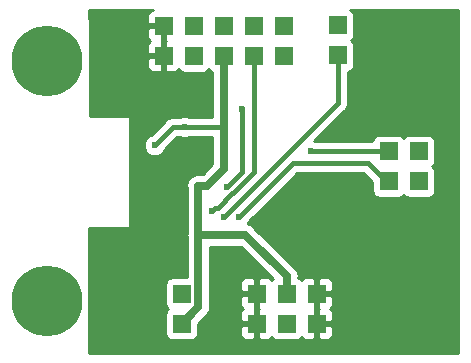
<source format=gbr>
%TF.GenerationSoftware,KiCad,Pcbnew,5.0.0-rc2-dev-unknown-d5ac7c0~62~ubuntu16.04.1*%
%TF.CreationDate,2018-03-05T17:38:03+01:00*%
%TF.ProjectId,LIGHTNING01A,4C494748544E494E473031412E6B6963,01A*%
%TF.SameCoordinates,Original*%
%TF.FileFunction,Copper,L1,Top,Signal*%
%TF.FilePolarity,Positive*%
%FSLAX46Y46*%
G04 Gerber Fmt 4.6, Leading zero omitted, Abs format (unit mm)*
G04 Created by KiCad (PCBNEW 5.0.0-rc2-dev-unknown-d5ac7c0~62~ubuntu16.04.1) date Mon Mar  5 17:38:03 2018*
%MOMM*%
%LPD*%
G01*
G04 APERTURE LIST*
%ADD10R,1.524000X1.524000*%
%ADD11C,6.000000*%
%ADD12C,0.600000*%
%ADD13C,0.800000*%
%ADD14C,0.700000*%
%ADD15C,0.450000*%
%ADD16C,0.254000*%
%ADD17C,0.350000*%
G04 APERTURE END LIST*
D10*
X22860000Y3175000D03*
X22860000Y5715000D03*
X25400000Y3175000D03*
X25400000Y5715000D03*
X27940000Y3175000D03*
X27940000Y5715000D03*
D11*
X5080000Y25400000D03*
X5080000Y5080000D03*
X35560000Y5080000D03*
X35560000Y25400000D03*
D10*
X16510000Y3175000D03*
X16510000Y5715000D03*
X36576000Y17780000D03*
X34036000Y17780000D03*
X29718000Y25908000D03*
X29718000Y28448000D03*
X22606000Y25851327D03*
X22606000Y28391327D03*
X17526000Y25851327D03*
X17526000Y28391327D03*
X36576000Y15240000D03*
X34036000Y15240000D03*
X25146000Y28391327D03*
X25146000Y25851327D03*
X14986000Y28391327D03*
X14986000Y25851327D03*
X20066000Y28391327D03*
X20066000Y25851327D03*
D12*
X12700000Y17780000D03*
X12700000Y14224000D03*
D13*
X15748000Y15049500D03*
X17272000Y16510000D03*
X15748000Y16510000D03*
X16510000Y15748000D03*
D12*
X14224000Y18288000D03*
X16764000Y19812000D03*
X20320000Y14732000D03*
X21590000Y21336000D03*
X27432000Y17780000D03*
X20066000Y12192000D03*
X21336000Y12192000D03*
X19050000Y12700000D03*
D14*
X16510000Y15748000D02*
X16510000Y16002000D01*
X16510000Y15748000D02*
X15748000Y16510000D01*
D15*
X16764000Y19812000D02*
X15748000Y19812000D01*
X15748000Y19812000D02*
X14224000Y18288000D01*
X20066000Y19812000D02*
X16764000Y19812000D01*
D14*
X20066000Y19812000D02*
X20066000Y25851327D01*
X20066000Y18542000D02*
X20066000Y19812000D01*
D15*
X20320000Y14732000D02*
X21590000Y16002000D01*
D14*
X20066000Y16256000D02*
X20066000Y18542000D01*
X18686549Y14876549D02*
X20066000Y16256000D01*
X17922001Y14876549D02*
X18686549Y14876549D01*
X17922001Y10668000D02*
X17922001Y4587001D01*
X17922001Y4587001D02*
X16510000Y3175000D01*
X17922001Y10668000D02*
X17922001Y14876549D01*
X25400000Y5715000D02*
X25400000Y7177000D01*
X25400000Y7177000D02*
X21909000Y10668000D01*
X21909000Y10668000D02*
X17922001Y10668000D01*
D15*
X21590000Y21336000D02*
X21590000Y16002000D01*
X27432000Y17780000D02*
X34036000Y17780000D01*
X29718000Y25908000D02*
X29718000Y21844000D01*
X29718000Y21844000D02*
X20066000Y12192000D01*
X32258000Y16764000D02*
X25908000Y16764000D01*
X25908000Y16764000D02*
X24384000Y15240000D01*
X33782000Y15240000D02*
X32258000Y16764000D01*
X34036000Y15240000D02*
X33782000Y15240000D01*
X24384000Y15240000D02*
X21336000Y12192000D01*
X20828000Y14224000D02*
X22606000Y16002000D01*
X22606000Y16002000D02*
X22606000Y25851327D01*
X20811002Y14224000D02*
X20828000Y14224000D01*
X19587001Y12999999D02*
X20811002Y14224000D01*
X19050000Y12700000D02*
X19349999Y12999999D01*
X19349999Y12999999D02*
X19587001Y12999999D01*
D16*
G36*
X13864301Y29691654D02*
X13685673Y29513025D01*
X13589000Y29279636D01*
X13589000Y28677077D01*
X13747750Y28518327D01*
X14859000Y28518327D01*
X14859000Y28538327D01*
X15113000Y28538327D01*
X15113000Y28518327D01*
X15133000Y28518327D01*
X15133000Y28264327D01*
X15113000Y28264327D01*
X15113000Y27153077D01*
X15144750Y27121327D01*
X15113000Y27089577D01*
X15113000Y25978327D01*
X15133000Y25978327D01*
X15133000Y25724327D01*
X15113000Y25724327D01*
X15113000Y24613077D01*
X15271750Y24454327D01*
X15874310Y24454327D01*
X16107699Y24551000D01*
X16258937Y24702239D01*
X16306191Y24631518D01*
X16516235Y24491170D01*
X16764000Y24441887D01*
X18288000Y24441887D01*
X18535765Y24491170D01*
X18745809Y24631518D01*
X18796000Y24706634D01*
X18846191Y24631518D01*
X19056235Y24491170D01*
X19081001Y24486244D01*
X19081000Y20672000D01*
X17131049Y20672000D01*
X16949983Y20747000D01*
X16578017Y20747000D01*
X16396951Y20672000D01*
X15832695Y20672000D01*
X15747999Y20688847D01*
X15663303Y20672000D01*
X15663299Y20672000D01*
X15412445Y20622102D01*
X15412443Y20622101D01*
X15412444Y20622101D01*
X15199780Y20480004D01*
X15199779Y20480003D01*
X15127975Y20432025D01*
X15079997Y20360221D01*
X13875432Y19155655D01*
X13694365Y19080655D01*
X13431345Y18817635D01*
X13289000Y18473983D01*
X13289000Y18102017D01*
X13431345Y17758365D01*
X13694365Y17495345D01*
X14038017Y17353000D01*
X14409983Y17353000D01*
X14753635Y17495345D01*
X15016655Y17758365D01*
X15091655Y17939432D01*
X16104224Y18952000D01*
X16396951Y18952000D01*
X16578017Y18877000D01*
X16949983Y18877000D01*
X17131049Y18952000D01*
X19081000Y18952000D01*
X19081000Y18444989D01*
X19081001Y18444984D01*
X19081000Y16664000D01*
X18278549Y15861549D01*
X18019013Y15861549D01*
X17922001Y15880846D01*
X17824989Y15861549D01*
X17537673Y15804398D01*
X17211856Y15586694D01*
X16994152Y15260877D01*
X16917704Y14876549D01*
X16937002Y14779532D01*
X16937001Y10765012D01*
X16917704Y10668000D01*
X16937001Y10570989D01*
X16937002Y7124440D01*
X15748000Y7124440D01*
X15500235Y7075157D01*
X15290191Y6934809D01*
X15149843Y6724765D01*
X15100560Y6477000D01*
X15100560Y4953000D01*
X15149843Y4705235D01*
X15290191Y4495191D01*
X15365307Y4445000D01*
X15290191Y4394809D01*
X15149843Y4184765D01*
X15100560Y3937000D01*
X15100560Y2413000D01*
X15149843Y2165235D01*
X15290191Y1955191D01*
X15500235Y1814843D01*
X15748000Y1765560D01*
X17272000Y1765560D01*
X17519765Y1814843D01*
X17729809Y1955191D01*
X17870157Y2165235D01*
X17919440Y2413000D01*
X17919440Y2889250D01*
X21463000Y2889250D01*
X21463000Y2286691D01*
X21559673Y2053302D01*
X21738301Y1874673D01*
X21971690Y1778000D01*
X22574250Y1778000D01*
X22733000Y1936750D01*
X22733000Y3048000D01*
X21621750Y3048000D01*
X21463000Y2889250D01*
X17919440Y2889250D01*
X17919440Y3191439D01*
X18549906Y3821905D01*
X18632146Y3876856D01*
X18687097Y3959096D01*
X18687099Y3959098D01*
X18849850Y4202673D01*
X18868553Y4296698D01*
X18907001Y4489989D01*
X18907001Y4489993D01*
X18926297Y4587001D01*
X18907001Y4684009D01*
X18907001Y5429250D01*
X21463000Y5429250D01*
X21463000Y4826691D01*
X21559673Y4593302D01*
X21707974Y4445000D01*
X21559673Y4296698D01*
X21463000Y4063309D01*
X21463000Y3460750D01*
X21621750Y3302000D01*
X22733000Y3302000D01*
X22733000Y4413250D01*
X22701250Y4445000D01*
X22733000Y4476750D01*
X22733000Y5588000D01*
X21621750Y5588000D01*
X21463000Y5429250D01*
X18907001Y5429250D01*
X18907001Y6603309D01*
X21463000Y6603309D01*
X21463000Y6000750D01*
X21621750Y5842000D01*
X22733000Y5842000D01*
X22733000Y6953250D01*
X22574250Y7112000D01*
X21971690Y7112000D01*
X21738301Y7015327D01*
X21559673Y6836698D01*
X21463000Y6603309D01*
X18907001Y6603309D01*
X18907001Y9683000D01*
X21501000Y9683000D01*
X24221553Y6962446D01*
X24180191Y6934809D01*
X24132937Y6864088D01*
X23981699Y7015327D01*
X23748310Y7112000D01*
X23145750Y7112000D01*
X22987000Y6953250D01*
X22987000Y5842000D01*
X23007000Y5842000D01*
X23007000Y5588000D01*
X22987000Y5588000D01*
X22987000Y4476750D01*
X23018750Y4445000D01*
X22987000Y4413250D01*
X22987000Y3302000D01*
X23007000Y3302000D01*
X23007000Y3048000D01*
X22987000Y3048000D01*
X22987000Y1936750D01*
X23145750Y1778000D01*
X23748310Y1778000D01*
X23981699Y1874673D01*
X24132937Y2025912D01*
X24180191Y1955191D01*
X24390235Y1814843D01*
X24638000Y1765560D01*
X26162000Y1765560D01*
X26409765Y1814843D01*
X26619809Y1955191D01*
X26667063Y2025912D01*
X26818301Y1874673D01*
X27051690Y1778000D01*
X27654250Y1778000D01*
X27813000Y1936750D01*
X27813000Y3048000D01*
X28067000Y3048000D01*
X28067000Y1936750D01*
X28225750Y1778000D01*
X28828310Y1778000D01*
X29061699Y1874673D01*
X29240327Y2053302D01*
X29337000Y2286691D01*
X29337000Y2889250D01*
X29178250Y3048000D01*
X28067000Y3048000D01*
X27813000Y3048000D01*
X27793000Y3048000D01*
X27793000Y3302000D01*
X27813000Y3302000D01*
X27813000Y4413250D01*
X27781250Y4445000D01*
X27813000Y4476750D01*
X27813000Y5588000D01*
X28067000Y5588000D01*
X28067000Y4476750D01*
X28098750Y4445000D01*
X28067000Y4413250D01*
X28067000Y3302000D01*
X29178250Y3302000D01*
X29337000Y3460750D01*
X29337000Y4063309D01*
X29240327Y4296698D01*
X29092026Y4445000D01*
X29240327Y4593302D01*
X29337000Y4826691D01*
X29337000Y5429250D01*
X29178250Y5588000D01*
X28067000Y5588000D01*
X27813000Y5588000D01*
X27793000Y5588000D01*
X27793000Y5842000D01*
X27813000Y5842000D01*
X27813000Y6953250D01*
X28067000Y6953250D01*
X28067000Y5842000D01*
X29178250Y5842000D01*
X29337000Y6000750D01*
X29337000Y6603309D01*
X29240327Y6836698D01*
X29061699Y7015327D01*
X28828310Y7112000D01*
X28225750Y7112000D01*
X28067000Y6953250D01*
X27813000Y6953250D01*
X27654250Y7112000D01*
X27051690Y7112000D01*
X26818301Y7015327D01*
X26667063Y6864088D01*
X26619809Y6934809D01*
X26409765Y7075157D01*
X26385018Y7080079D01*
X26404297Y7177000D01*
X26327849Y7561328D01*
X26165098Y7804903D01*
X26165096Y7804905D01*
X26110145Y7887145D01*
X26027905Y7942096D01*
X22674098Y11295902D01*
X22619145Y11378145D01*
X22293328Y11595849D01*
X22100496Y11634206D01*
X22128655Y11662365D01*
X22203655Y11843432D01*
X25052004Y14691780D01*
X25052006Y14691783D01*
X26264224Y15904000D01*
X31901777Y15904000D01*
X32626560Y15179216D01*
X32626560Y14478000D01*
X32675843Y14230235D01*
X32816191Y14020191D01*
X33026235Y13879843D01*
X33274000Y13830560D01*
X34798000Y13830560D01*
X35045765Y13879843D01*
X35255809Y14020191D01*
X35306000Y14095307D01*
X35356191Y14020191D01*
X35566235Y13879843D01*
X35814000Y13830560D01*
X37338000Y13830560D01*
X37585765Y13879843D01*
X37795809Y14020191D01*
X37936157Y14230235D01*
X37985440Y14478000D01*
X37985440Y16002000D01*
X37936157Y16249765D01*
X37795809Y16459809D01*
X37720693Y16510000D01*
X37795809Y16560191D01*
X37936157Y16770235D01*
X37985440Y17018000D01*
X37985440Y18542000D01*
X37936157Y18789765D01*
X37795809Y18999809D01*
X37585765Y19140157D01*
X37338000Y19189440D01*
X35814000Y19189440D01*
X35566235Y19140157D01*
X35356191Y18999809D01*
X35306000Y18924693D01*
X35255809Y18999809D01*
X35045765Y19140157D01*
X34798000Y19189440D01*
X33274000Y19189440D01*
X33026235Y19140157D01*
X32816191Y18999809D01*
X32675843Y18789765D01*
X32646053Y18640000D01*
X27799049Y18640000D01*
X27750382Y18660159D01*
X30266221Y21175997D01*
X30338025Y21223975D01*
X30528102Y21508445D01*
X30578000Y21759299D01*
X30578000Y21759303D01*
X30594847Y21843999D01*
X30578000Y21928695D01*
X30578000Y24518053D01*
X30727765Y24547843D01*
X30937809Y24688191D01*
X31078157Y24898235D01*
X31127440Y25146000D01*
X31127440Y26670000D01*
X31078157Y26917765D01*
X30937809Y27127809D01*
X30862693Y27178000D01*
X30937809Y27228191D01*
X31078157Y27438235D01*
X31127440Y27686000D01*
X31127440Y29210000D01*
X31078157Y29457765D01*
X30937809Y29667809D01*
X30784871Y29770000D01*
X39930001Y29770000D01*
X39930000Y710000D01*
X8699500Y710000D01*
X8699500Y11303000D01*
X12001500Y11303000D01*
X12050101Y11312667D01*
X12091303Y11340197D01*
X12118833Y11381399D01*
X12128500Y11430000D01*
X12128500Y20637500D01*
X12118833Y20686101D01*
X12091303Y20727303D01*
X12050101Y20754833D01*
X12001500Y20764500D01*
X8762167Y20764500D01*
X8730581Y25565577D01*
X13589000Y25565577D01*
X13589000Y24963018D01*
X13685673Y24729629D01*
X13864301Y24551000D01*
X14097690Y24454327D01*
X14700250Y24454327D01*
X14859000Y24613077D01*
X14859000Y25724327D01*
X13747750Y25724327D01*
X13589000Y25565577D01*
X8730581Y25565577D01*
X8713871Y28105577D01*
X13589000Y28105577D01*
X13589000Y27503018D01*
X13685673Y27269629D01*
X13833974Y27121327D01*
X13685673Y26973025D01*
X13589000Y26739636D01*
X13589000Y26137077D01*
X13747750Y25978327D01*
X14859000Y25978327D01*
X14859000Y27089577D01*
X14827250Y27121327D01*
X14859000Y27153077D01*
X14859000Y28264327D01*
X13747750Y28264327D01*
X13589000Y28105577D01*
X8713871Y28105577D01*
X8702920Y29770000D01*
X14053445Y29770000D01*
X13864301Y29691654D01*
X13864301Y29691654D01*
G37*
X13864301Y29691654D02*
X13685673Y29513025D01*
X13589000Y29279636D01*
X13589000Y28677077D01*
X13747750Y28518327D01*
X14859000Y28518327D01*
X14859000Y28538327D01*
X15113000Y28538327D01*
X15113000Y28518327D01*
X15133000Y28518327D01*
X15133000Y28264327D01*
X15113000Y28264327D01*
X15113000Y27153077D01*
X15144750Y27121327D01*
X15113000Y27089577D01*
X15113000Y25978327D01*
X15133000Y25978327D01*
X15133000Y25724327D01*
X15113000Y25724327D01*
X15113000Y24613077D01*
X15271750Y24454327D01*
X15874310Y24454327D01*
X16107699Y24551000D01*
X16258937Y24702239D01*
X16306191Y24631518D01*
X16516235Y24491170D01*
X16764000Y24441887D01*
X18288000Y24441887D01*
X18535765Y24491170D01*
X18745809Y24631518D01*
X18796000Y24706634D01*
X18846191Y24631518D01*
X19056235Y24491170D01*
X19081001Y24486244D01*
X19081000Y20672000D01*
X17131049Y20672000D01*
X16949983Y20747000D01*
X16578017Y20747000D01*
X16396951Y20672000D01*
X15832695Y20672000D01*
X15747999Y20688847D01*
X15663303Y20672000D01*
X15663299Y20672000D01*
X15412445Y20622102D01*
X15412443Y20622101D01*
X15412444Y20622101D01*
X15199780Y20480004D01*
X15199779Y20480003D01*
X15127975Y20432025D01*
X15079997Y20360221D01*
X13875432Y19155655D01*
X13694365Y19080655D01*
X13431345Y18817635D01*
X13289000Y18473983D01*
X13289000Y18102017D01*
X13431345Y17758365D01*
X13694365Y17495345D01*
X14038017Y17353000D01*
X14409983Y17353000D01*
X14753635Y17495345D01*
X15016655Y17758365D01*
X15091655Y17939432D01*
X16104224Y18952000D01*
X16396951Y18952000D01*
X16578017Y18877000D01*
X16949983Y18877000D01*
X17131049Y18952000D01*
X19081000Y18952000D01*
X19081000Y18444989D01*
X19081001Y18444984D01*
X19081000Y16664000D01*
X18278549Y15861549D01*
X18019013Y15861549D01*
X17922001Y15880846D01*
X17824989Y15861549D01*
X17537673Y15804398D01*
X17211856Y15586694D01*
X16994152Y15260877D01*
X16917704Y14876549D01*
X16937002Y14779532D01*
X16937001Y10765012D01*
X16917704Y10668000D01*
X16937001Y10570989D01*
X16937002Y7124440D01*
X15748000Y7124440D01*
X15500235Y7075157D01*
X15290191Y6934809D01*
X15149843Y6724765D01*
X15100560Y6477000D01*
X15100560Y4953000D01*
X15149843Y4705235D01*
X15290191Y4495191D01*
X15365307Y4445000D01*
X15290191Y4394809D01*
X15149843Y4184765D01*
X15100560Y3937000D01*
X15100560Y2413000D01*
X15149843Y2165235D01*
X15290191Y1955191D01*
X15500235Y1814843D01*
X15748000Y1765560D01*
X17272000Y1765560D01*
X17519765Y1814843D01*
X17729809Y1955191D01*
X17870157Y2165235D01*
X17919440Y2413000D01*
X17919440Y2889250D01*
X21463000Y2889250D01*
X21463000Y2286691D01*
X21559673Y2053302D01*
X21738301Y1874673D01*
X21971690Y1778000D01*
X22574250Y1778000D01*
X22733000Y1936750D01*
X22733000Y3048000D01*
X21621750Y3048000D01*
X21463000Y2889250D01*
X17919440Y2889250D01*
X17919440Y3191439D01*
X18549906Y3821905D01*
X18632146Y3876856D01*
X18687097Y3959096D01*
X18687099Y3959098D01*
X18849850Y4202673D01*
X18868553Y4296698D01*
X18907001Y4489989D01*
X18907001Y4489993D01*
X18926297Y4587001D01*
X18907001Y4684009D01*
X18907001Y5429250D01*
X21463000Y5429250D01*
X21463000Y4826691D01*
X21559673Y4593302D01*
X21707974Y4445000D01*
X21559673Y4296698D01*
X21463000Y4063309D01*
X21463000Y3460750D01*
X21621750Y3302000D01*
X22733000Y3302000D01*
X22733000Y4413250D01*
X22701250Y4445000D01*
X22733000Y4476750D01*
X22733000Y5588000D01*
X21621750Y5588000D01*
X21463000Y5429250D01*
X18907001Y5429250D01*
X18907001Y6603309D01*
X21463000Y6603309D01*
X21463000Y6000750D01*
X21621750Y5842000D01*
X22733000Y5842000D01*
X22733000Y6953250D01*
X22574250Y7112000D01*
X21971690Y7112000D01*
X21738301Y7015327D01*
X21559673Y6836698D01*
X21463000Y6603309D01*
X18907001Y6603309D01*
X18907001Y9683000D01*
X21501000Y9683000D01*
X24221553Y6962446D01*
X24180191Y6934809D01*
X24132937Y6864088D01*
X23981699Y7015327D01*
X23748310Y7112000D01*
X23145750Y7112000D01*
X22987000Y6953250D01*
X22987000Y5842000D01*
X23007000Y5842000D01*
X23007000Y5588000D01*
X22987000Y5588000D01*
X22987000Y4476750D01*
X23018750Y4445000D01*
X22987000Y4413250D01*
X22987000Y3302000D01*
X23007000Y3302000D01*
X23007000Y3048000D01*
X22987000Y3048000D01*
X22987000Y1936750D01*
X23145750Y1778000D01*
X23748310Y1778000D01*
X23981699Y1874673D01*
X24132937Y2025912D01*
X24180191Y1955191D01*
X24390235Y1814843D01*
X24638000Y1765560D01*
X26162000Y1765560D01*
X26409765Y1814843D01*
X26619809Y1955191D01*
X26667063Y2025912D01*
X26818301Y1874673D01*
X27051690Y1778000D01*
X27654250Y1778000D01*
X27813000Y1936750D01*
X27813000Y3048000D01*
X28067000Y3048000D01*
X28067000Y1936750D01*
X28225750Y1778000D01*
X28828310Y1778000D01*
X29061699Y1874673D01*
X29240327Y2053302D01*
X29337000Y2286691D01*
X29337000Y2889250D01*
X29178250Y3048000D01*
X28067000Y3048000D01*
X27813000Y3048000D01*
X27793000Y3048000D01*
X27793000Y3302000D01*
X27813000Y3302000D01*
X27813000Y4413250D01*
X27781250Y4445000D01*
X27813000Y4476750D01*
X27813000Y5588000D01*
X28067000Y5588000D01*
X28067000Y4476750D01*
X28098750Y4445000D01*
X28067000Y4413250D01*
X28067000Y3302000D01*
X29178250Y3302000D01*
X29337000Y3460750D01*
X29337000Y4063309D01*
X29240327Y4296698D01*
X29092026Y4445000D01*
X29240327Y4593302D01*
X29337000Y4826691D01*
X29337000Y5429250D01*
X29178250Y5588000D01*
X28067000Y5588000D01*
X27813000Y5588000D01*
X27793000Y5588000D01*
X27793000Y5842000D01*
X27813000Y5842000D01*
X27813000Y6953250D01*
X28067000Y6953250D01*
X28067000Y5842000D01*
X29178250Y5842000D01*
X29337000Y6000750D01*
X29337000Y6603309D01*
X29240327Y6836698D01*
X29061699Y7015327D01*
X28828310Y7112000D01*
X28225750Y7112000D01*
X28067000Y6953250D01*
X27813000Y6953250D01*
X27654250Y7112000D01*
X27051690Y7112000D01*
X26818301Y7015327D01*
X26667063Y6864088D01*
X26619809Y6934809D01*
X26409765Y7075157D01*
X26385018Y7080079D01*
X26404297Y7177000D01*
X26327849Y7561328D01*
X26165098Y7804903D01*
X26165096Y7804905D01*
X26110145Y7887145D01*
X26027905Y7942096D01*
X22674098Y11295902D01*
X22619145Y11378145D01*
X22293328Y11595849D01*
X22100496Y11634206D01*
X22128655Y11662365D01*
X22203655Y11843432D01*
X25052004Y14691780D01*
X25052006Y14691783D01*
X26264224Y15904000D01*
X31901777Y15904000D01*
X32626560Y15179216D01*
X32626560Y14478000D01*
X32675843Y14230235D01*
X32816191Y14020191D01*
X33026235Y13879843D01*
X33274000Y13830560D01*
X34798000Y13830560D01*
X35045765Y13879843D01*
X35255809Y14020191D01*
X35306000Y14095307D01*
X35356191Y14020191D01*
X35566235Y13879843D01*
X35814000Y13830560D01*
X37338000Y13830560D01*
X37585765Y13879843D01*
X37795809Y14020191D01*
X37936157Y14230235D01*
X37985440Y14478000D01*
X37985440Y16002000D01*
X37936157Y16249765D01*
X37795809Y16459809D01*
X37720693Y16510000D01*
X37795809Y16560191D01*
X37936157Y16770235D01*
X37985440Y17018000D01*
X37985440Y18542000D01*
X37936157Y18789765D01*
X37795809Y18999809D01*
X37585765Y19140157D01*
X37338000Y19189440D01*
X35814000Y19189440D01*
X35566235Y19140157D01*
X35356191Y18999809D01*
X35306000Y18924693D01*
X35255809Y18999809D01*
X35045765Y19140157D01*
X34798000Y19189440D01*
X33274000Y19189440D01*
X33026235Y19140157D01*
X32816191Y18999809D01*
X32675843Y18789765D01*
X32646053Y18640000D01*
X27799049Y18640000D01*
X27750382Y18660159D01*
X30266221Y21175997D01*
X30338025Y21223975D01*
X30528102Y21508445D01*
X30578000Y21759299D01*
X30578000Y21759303D01*
X30594847Y21843999D01*
X30578000Y21928695D01*
X30578000Y24518053D01*
X30727765Y24547843D01*
X30937809Y24688191D01*
X31078157Y24898235D01*
X31127440Y25146000D01*
X31127440Y26670000D01*
X31078157Y26917765D01*
X30937809Y27127809D01*
X30862693Y27178000D01*
X30937809Y27228191D01*
X31078157Y27438235D01*
X31127440Y27686000D01*
X31127440Y29210000D01*
X31078157Y29457765D01*
X30937809Y29667809D01*
X30784871Y29770000D01*
X39930001Y29770000D01*
X39930000Y710000D01*
X8699500Y710000D01*
X8699500Y11303000D01*
X12001500Y11303000D01*
X12050101Y11312667D01*
X12091303Y11340197D01*
X12118833Y11381399D01*
X12128500Y11430000D01*
X12128500Y20637500D01*
X12118833Y20686101D01*
X12091303Y20727303D01*
X12050101Y20754833D01*
X12001500Y20764500D01*
X8762167Y20764500D01*
X8730581Y25565577D01*
X13589000Y25565577D01*
X13589000Y24963018D01*
X13685673Y24729629D01*
X13864301Y24551000D01*
X14097690Y24454327D01*
X14700250Y24454327D01*
X14859000Y24613077D01*
X14859000Y25724327D01*
X13747750Y25724327D01*
X13589000Y25565577D01*
X8730581Y25565577D01*
X8713871Y28105577D01*
X13589000Y28105577D01*
X13589000Y27503018D01*
X13685673Y27269629D01*
X13833974Y27121327D01*
X13685673Y26973025D01*
X13589000Y26739636D01*
X13589000Y26137077D01*
X13747750Y25978327D01*
X14859000Y25978327D01*
X14859000Y27089577D01*
X14827250Y27121327D01*
X14859000Y27153077D01*
X14859000Y28264327D01*
X13747750Y28264327D01*
X13589000Y28105577D01*
X8713871Y28105577D01*
X8702920Y29770000D01*
X14053445Y29770000D01*
X13864301Y29691654D01*
D17*
X12700000Y17780000D03*
X12700000Y14224000D03*
X15748000Y15049500D03*
X17272000Y16510000D03*
X15748000Y16510000D03*
X16510000Y15748000D03*
X14224000Y18288000D03*
X16764000Y19812000D03*
X20320000Y14732000D03*
X21590000Y21336000D03*
X27432000Y17780000D03*
X20066000Y12192000D03*
X21336000Y12192000D03*
X19050000Y12700000D03*
X22860000Y3175000D03*
X22860000Y5715000D03*
X25400000Y3175000D03*
X25400000Y5715000D03*
X27940000Y3175000D03*
X27940000Y5715000D03*
X5080000Y25400000D03*
X5080000Y5080000D03*
X35560000Y5080000D03*
X35560000Y25400000D03*
X16510000Y3175000D03*
X16510000Y5715000D03*
X36576000Y17780000D03*
X34036000Y17780000D03*
X29718000Y25908000D03*
X29718000Y28448000D03*
X22606000Y25851327D03*
X22606000Y28391327D03*
X17526000Y25851327D03*
X17526000Y28391327D03*
X36576000Y15240000D03*
X34036000Y15240000D03*
X25146000Y28391327D03*
X25146000Y25851327D03*
X14986000Y28391327D03*
X14986000Y25851327D03*
X20066000Y28391327D03*
X20066000Y25851327D03*
M02*

</source>
